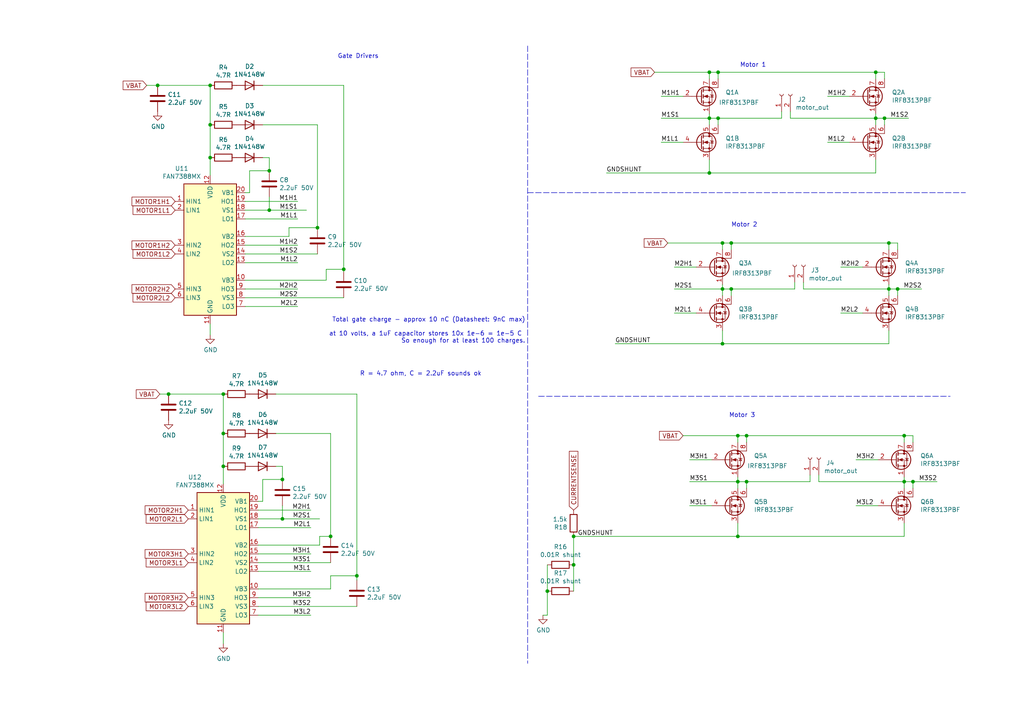
<source format=kicad_sch>
(kicad_sch (version 20210126) (generator eeschema)
  (paper "A4")
  (lib_symbols
    (symbol "Connector:Conn_01x02_Female" (pin_names (offset 1.016) hide)
      (property "Reference" "J" (at 0 2.54 0))
      (property "Value" "Conn_01x02_Female" (at 0 -5.08 0))
      (symbol "Conn_01x02_Female_1_1"
        (arc (start 0 -2.032) (end 0 -3.048) (radius (at 0 -2.54) (length 0.508) (angles 90.1 -90.1)) (stroke (width 0.1524)))
        (arc (start 0 0.508) (end 0 -0.508) (radius (at 0 0) (length 0.508) (angles 90.1 -90.1)) (stroke (width 0.1524)))
        (polyline (pts (xy -1.27 -2.54) (xy -0.508 -2.54)) (stroke (width 0.1524)))
        (polyline (pts (xy -1.27 0) (xy -0.508 0)) (stroke (width 0.1524)))
        (pin passive line (at -5.08 0 0) (length 3.81) (name "Pin_1") (number "1"))
        (pin passive line (at -5.08 -2.54 0) (length 3.81) (name "Pin_2") (number "2"))
      )
    )
    (symbol "Device:C" (pin_numbers hide) (pin_names (offset 0.254))
      (property "Reference" "C" (at 0.635 2.54 0))
      (property "Value" "C" (at 0.635 -2.54 0))
      (symbol "C_0_1"
        (polyline (pts (xy -2.032 -0.762) (xy 2.032 -0.762)) (stroke (width 0.508)))
        (polyline (pts (xy -2.032 0.762) (xy 2.032 0.762)) (stroke (width 0.508)))
      )
      (symbol "C_1_1"
        (pin passive line (at 0 3.81 270) (length 2.794) (name "~") (number "1"))
        (pin passive line (at 0 -3.81 90) (length 2.794) (name "~") (number "2"))
      )
    )
    (symbol "Device:D" (pin_numbers hide) (pin_names (offset 1.016) hide)
      (property "Reference" "D" (at 0 2.54 0))
      (property "Value" "D" (at 0 -2.54 0))
      (symbol "D_0_1"
        (polyline (pts (xy -1.27 1.27) (xy -1.27 -1.27)) (stroke (width 0.254)))
        (polyline (pts (xy 1.27 0) (xy -1.27 0)))
        (polyline (pts (xy 1.27 1.27) (xy 1.27 -1.27) (xy -1.27 0) (xy 1.27 1.27)) (stroke (width 0.254)))
      )
      (symbol "D_1_1"
        (pin passive line (at -3.81 0 0) (length 2.54) (name "K") (number "1"))
        (pin passive line (at 3.81 0 180) (length 2.54) (name "A") (number "2"))
      )
    )
    (symbol "Device:R" (pin_numbers hide) (pin_names (offset 0))
      (property "Reference" "R" (at 2.032 0 90))
      (property "Value" "R" (at 0 0 90))
      (symbol "R_0_1"
        (rectangle (start -1.016 -2.54) (end 1.016 2.54) (stroke (width 0.254)))
      )
      (symbol "R_1_1"
        (pin passive line (at 0 3.81 270) (length 1.27) (name "~") (number "1"))
        (pin passive line (at 0 -3.81 90) (length 1.27) (name "~") (number "2"))
      )
    )
    (symbol "Driver_FET:FAN7388"
      (property "Reference" "U" (at -2.54 24.13 0))
      (property "Value" "FAN7388" (at -2.54 21.59 0))
      (symbol "FAN7388_0_1"
        (rectangle (start -7.62 20.32) (end 7.62 -17.78) (stroke (width 0.254)) (fill (type background)))
      )
      (symbol "FAN7388_1_1"
        (pin input line (at -10.16 15.24 0) (length 2.54) (name "HIN1") (number "1"))
        (pin passive line (at 10.16 -7.62 180) (length 2.54) (name "VB3") (number "10"))
        (pin power_in line (at 0 -20.32 90) (length 2.54) (name "GND") (number "11"))
        (pin power_in line (at 0 22.86 270) (length 2.54) (name "VDD") (number "12"))
        (pin output line (at 10.16 -2.54 180) (length 2.54) (name "LO2") (number "13"))
        (pin passive line (at 10.16 0 180) (length 2.54) (name "VS2") (number "14"))
        (pin output line (at 10.16 2.54 180) (length 2.54) (name "HO2") (number "15"))
        (pin passive line (at 10.16 5.08 180) (length 2.54) (name "VB2") (number "16"))
        (pin output line (at 10.16 10.16 180) (length 2.54) (name "LO1") (number "17"))
        (pin passive line (at 10.16 12.7 180) (length 2.54) (name "VS1") (number "18"))
        (pin output line (at 10.16 15.24 180) (length 2.54) (name "HO1") (number "19"))
        (pin input line (at -10.16 12.7 0) (length 2.54) (name "LIN1") (number "2"))
        (pin passive line (at 10.16 17.78 180) (length 2.54) (name "VB1") (number "20"))
        (pin input line (at -10.16 2.54 0) (length 2.54) (name "HIN2") (number "3"))
        (pin input line (at -10.16 0 0) (length 2.54) (name "LIN2") (number "4"))
        (pin input line (at -10.16 -10.16 0) (length 2.54) (name "HIN3") (number "5"))
        (pin input line (at -10.16 -12.7 0) (length 2.54) (name "LIN3") (number "6"))
        (pin output line (at 10.16 -15.24 180) (length 2.54) (name "LO3") (number "7"))
        (pin passive line (at 10.16 -12.7 180) (length 2.54) (name "VS3") (number "8"))
        (pin output line (at 10.16 -10.16 180) (length 2.54) (name "HO3") (number "9"))
      )
    )
    (symbol "Driver_FET:FAN7388_1"
      (property "Reference" "U" (at -2.54 24.13 0))
      (property "Value" "FAN7388" (at -2.54 21.59 0))
      (symbol "FAN7388_1_0_1"
        (rectangle (start -7.62 20.32) (end 7.62 -17.78) (stroke (width 0.254)) (fill (type background)))
      )
      (symbol "FAN7388_1_1_1"
        (pin input line (at -10.16 15.24 0) (length 2.54) (name "HIN1") (number "1"))
        (pin passive line (at 10.16 -7.62 180) (length 2.54) (name "VB3") (number "10"))
        (pin power_in line (at 0 -20.32 90) (length 2.54) (name "GND") (number "11"))
        (pin power_in line (at 0 22.86 270) (length 2.54) (name "VDD") (number "12"))
        (pin output line (at 10.16 -2.54 180) (length 2.54) (name "LO2") (number "13"))
        (pin passive line (at 10.16 0 180) (length 2.54) (name "VS2") (number "14"))
        (pin output line (at 10.16 2.54 180) (length 2.54) (name "HO2") (number "15"))
        (pin passive line (at 10.16 5.08 180) (length 2.54) (name "VB2") (number "16"))
        (pin output line (at 10.16 10.16 180) (length 2.54) (name "LO1") (number "17"))
        (pin passive line (at 10.16 12.7 180) (length 2.54) (name "VS1") (number "18"))
        (pin output line (at 10.16 15.24 180) (length 2.54) (name "HO1") (number "19"))
        (pin input line (at -10.16 12.7 0) (length 2.54) (name "LIN1") (number "2"))
        (pin passive line (at 10.16 17.78 180) (length 2.54) (name "VB1") (number "20"))
        (pin input line (at -10.16 2.54 0) (length 2.54) (name "HIN2") (number "3"))
        (pin input line (at -10.16 0 0) (length 2.54) (name "LIN2") (number "4"))
        (pin input line (at -10.16 -10.16 0) (length 2.54) (name "HIN3") (number "5"))
        (pin input line (at -10.16 -12.7 0) (length 2.54) (name "LIN3") (number "6"))
        (pin output line (at 10.16 -15.24 180) (length 2.54) (name "LO3") (number "7"))
        (pin passive line (at 10.16 -12.7 180) (length 2.54) (name "VS3") (number "8"))
        (pin output line (at 10.16 -10.16 180) (length 2.54) (name "HO3") (number "9"))
      )
    )
    (symbol "beetletriple:Q_Dual_NMOS_S1G1S2G2D2D2D1D1" (pin_names (offset 0) hide)
      (property "Reference" "Q2" (at 7.2137 1.1494 0))
      (property "Value" "Q_Dual_NMOS_S1G1S2G2D2D2D1D1" (at 7.214 -1.149 0))
      (symbol "Q_Dual_NMOS_S1G1S2G2D2D2D1D1_0_1"
        (circle (center 1.651 0) (radius 2.794) (stroke (width 0.254)))
        (circle (center 2.54 -1.778) (radius 0.254) (fill (type outline)))
        (circle (center 2.54 1.778) (radius 0.254) (fill (type outline)))
        (circle (center 2.54 2.54) (radius 0.254) (fill (type outline)))
        (polyline (pts (xy 0.254 0) (xy -2.54 0)))
        (polyline (pts (xy 0.254 1.905) (xy 0.254 -1.905)) (stroke (width 0.254)))
        (polyline (pts (xy 0.762 -1.27) (xy 0.762 -2.286)) (stroke (width 0.254)))
        (polyline (pts (xy 0.762 0.508) (xy 0.762 -0.508)) (stroke (width 0.254)))
        (polyline (pts (xy 0.762 2.286) (xy 0.762 1.27)) (stroke (width 0.254)))
        (polyline (pts (xy 2.54 2.54) (xy 2.54 1.778)))
        (polyline (pts (xy 5.08 2.54) (xy 2.54 2.54)))
        (polyline (pts (xy 2.54 -2.54) (xy 2.54 0) (xy 0.762 0)))
        (polyline (pts (xy 0.762 -1.778) (xy 3.302 -1.778) (xy 3.302 1.778) (xy 0.762 1.778)))
        (polyline (pts (xy 1.016 0) (xy 2.032 0.381) (xy 2.032 -0.381) (xy 1.016 0)) (fill (type outline)))
        (polyline (pts (xy 2.794 0.508) (xy 2.921 0.381) (xy 3.683 0.381) (xy 3.81 0.254)))
        (polyline (pts (xy 3.302 0.381) (xy 2.921 -0.254) (xy 3.683 -0.254) (xy 3.302 0.381)))
      )
      (symbol "Q_Dual_NMOS_S1G1S2G2D2D2D1D1_1_1"
        (pin passive line (at 2.54 -5.08 90) (length 2.54) (name "S") (number "1"))
        (pin input line (at -5.08 0 0) (length 2.54) (name "G") (number "2"))
        (pin passive line (at 2.54 5.08 270) (length 2.54) (name "D") (number "7"))
        (pin passive line (at 5.08 5.08 270) (length 2.54) (name "D") (number "8"))
      )
      (symbol "Q_Dual_NMOS_S1G1S2G2D2D2D1D1_2_1"
        (pin passive line (at 2.54 -5.08 90) (length 2.54) (name "S") (number "3"))
        (pin input line (at -5.08 0 0) (length 2.54) (name "G") (number "4"))
        (pin passive line (at 2.54 5.08 270) (length 2.54) (name "D") (number "5"))
        (pin passive line (at 5.08 5.08 270) (length 2.54) (name "D") (number "6"))
      )
    )
    (symbol "power:GND" (power) (pin_names (offset 0))
      (property "Value" "GND" (at 0 -3.81 0))
      (symbol "GND_0_1"
        (polyline (pts (xy 0 0) (xy 0 -1.27) (xy 1.27 -1.27) (xy 0 -2.54) (xy -1.27 -1.27) (xy 0 -1.27)))
      )
      (symbol "GND_1_1"
        (pin power_in line (at 0 0 270) (length 0) hide (name "GND") (number "1"))
      )
    )
  )
  (junction (at 45.72 24.765) (diameter 0.9144))
  (junction (at 48.895 114.3) (diameter 0.9144))
  (junction (at 60.96 24.765) (diameter 0.9144))
  (junction (at 60.96 36.195) (diameter 0.9144))
  (junction (at 60.96 45.72) (diameter 0.9144))
  (junction (at 64.77 114.3) (diameter 0.9144))
  (junction (at 64.77 125.73) (diameter 0.9144))
  (junction (at 64.77 135.255) (diameter 0.9144))
  (junction (at 78.105 49.53) (diameter 0.9144))
  (junction (at 78.105 60.96) (diameter 0.9144))
  (junction (at 81.915 139.065) (diameter 0.9144))
  (junction (at 81.915 150.495) (diameter 0.9144))
  (junction (at 92.075 66.04) (diameter 0.9144))
  (junction (at 95.885 155.575) (diameter 0.9144))
  (junction (at 99.695 78.105) (diameter 0.9144))
  (junction (at 103.505 167.005) (diameter 0.9144))
  (junction (at 158.75 171.45) (diameter 0.9144))
  (junction (at 166.37 155.575) (diameter 0.9144))
  (junction (at 166.37 163.83) (diameter 0.9144))
  (junction (at 205.74 20.955) (diameter 0.9144))
  (junction (at 205.74 34.29) (diameter 0.9144))
  (junction (at 205.74 50.165) (diameter 0.9144))
  (junction (at 208.28 20.955) (diameter 0.9144))
  (junction (at 208.28 34.29) (diameter 0.9144))
  (junction (at 209.55 70.485) (diameter 0.9144))
  (junction (at 209.55 83.82) (diameter 0.9144))
  (junction (at 209.55 99.695) (diameter 0.9144))
  (junction (at 212.09 70.485) (diameter 0.9144))
  (junction (at 212.09 83.82) (diameter 0.9144))
  (junction (at 213.995 126.365) (diameter 0.9144))
  (junction (at 213.995 139.7) (diameter 0.9144))
  (junction (at 213.995 155.575) (diameter 0.9144))
  (junction (at 216.535 126.365) (diameter 0.9144))
  (junction (at 216.535 139.7) (diameter 0.9144))
  (junction (at 254 20.955) (diameter 0.9144))
  (junction (at 254 34.29) (diameter 0.9144))
  (junction (at 256.54 34.29) (diameter 0.9144))
  (junction (at 257.81 70.485) (diameter 0.9144))
  (junction (at 257.81 83.82) (diameter 0.9144))
  (junction (at 260.35 83.82) (diameter 0.9144))
  (junction (at 262.255 126.365) (diameter 0.9144))
  (junction (at 262.255 139.7) (diameter 0.9144))
  (junction (at 264.795 139.7) (diameter 0.9144))
  (wire (pts (xy 42.545 24.765) (xy 45.72 24.765)))
  (wire (pts (xy 45.72 24.765) (xy 60.96 24.765)))
  (wire (pts (xy 46.355 114.3) (xy 48.895 114.3)))
  (wire (pts (xy 48.895 114.3) (xy 64.77 114.3)))
  (wire (pts (xy 60.96 24.765) (xy 60.96 36.195)))
  (wire (pts (xy 60.96 36.195) (xy 60.96 45.72)))
  (wire (pts (xy 60.96 45.72) (xy 60.96 50.8)))
  (wire (pts (xy 60.96 93.98) (xy 60.96 97.155)))
  (wire (pts (xy 64.77 114.3) (xy 64.77 125.73)))
  (wire (pts (xy 64.77 125.73) (xy 64.77 135.255)))
  (wire (pts (xy 64.77 135.255) (xy 64.77 140.335)))
  (wire (pts (xy 64.77 183.515) (xy 64.77 186.69)))
  (wire (pts (xy 71.12 55.88) (xy 72.39 55.88)))
  (wire (pts (xy 71.12 58.42) (xy 86.36 58.42)))
  (wire (pts (xy 71.12 60.96) (xy 78.105 60.96)))
  (wire (pts (xy 71.12 63.5) (xy 86.36 63.5)))
  (wire (pts (xy 71.12 68.58) (xy 83.82 68.58)))
  (wire (pts (xy 71.12 71.12) (xy 86.36 71.12)))
  (wire (pts (xy 71.12 73.66) (xy 92.075 73.66)))
  (wire (pts (xy 71.12 76.2) (xy 86.36 76.2)))
  (wire (pts (xy 71.12 81.28) (xy 94.615 81.28)))
  (wire (pts (xy 71.12 83.82) (xy 86.36 83.82)))
  (wire (pts (xy 71.12 86.36) (xy 99.695 86.36)))
  (wire (pts (xy 71.12 88.9) (xy 86.36 88.9)))
  (wire (pts (xy 72.39 49.53) (xy 78.105 49.53)))
  (wire (pts (xy 72.39 55.88) (xy 72.39 49.53)))
  (wire (pts (xy 74.93 145.415) (xy 76.2 145.415)))
  (wire (pts (xy 74.93 147.955) (xy 90.17 147.955)))
  (wire (pts (xy 74.93 150.495) (xy 81.915 150.495)))
  (wire (pts (xy 74.93 153.035) (xy 90.17 153.035)))
  (wire (pts (xy 74.93 158.115) (xy 92.71 158.115)))
  (wire (pts (xy 74.93 160.655) (xy 90.17 160.655)))
  (wire (pts (xy 74.93 163.195) (xy 95.885 163.195)))
  (wire (pts (xy 74.93 165.735) (xy 90.17 165.735)))
  (wire (pts (xy 74.93 170.815) (xy 95.885 170.815)))
  (wire (pts (xy 74.93 173.355) (xy 90.17 173.355)))
  (wire (pts (xy 74.93 175.895) (xy 103.505 175.895)))
  (wire (pts (xy 74.93 178.435) (xy 90.17 178.435)))
  (wire (pts (xy 76.2 24.765) (xy 99.695 24.765)))
  (wire (pts (xy 76.2 45.72) (xy 78.105 45.72)))
  (wire (pts (xy 76.2 139.065) (xy 81.915 139.065)))
  (wire (pts (xy 76.2 145.415) (xy 76.2 139.065)))
  (wire (pts (xy 78.105 45.72) (xy 78.105 49.53)))
  (wire (pts (xy 78.105 57.15) (xy 78.105 60.96)))
  (wire (pts (xy 78.105 60.96) (xy 88.9 60.96)))
  (wire (pts (xy 80.01 114.3) (xy 103.505 114.3)))
  (wire (pts (xy 80.01 135.255) (xy 81.915 135.255)))
  (wire (pts (xy 81.915 135.255) (xy 81.915 139.065)))
  (wire (pts (xy 81.915 146.685) (xy 81.915 150.495)))
  (wire (pts (xy 81.915 150.495) (xy 92.71 150.495)))
  (wire (pts (xy 83.82 66.04) (xy 92.075 66.04)))
  (wire (pts (xy 83.82 68.58) (xy 83.82 66.04)))
  (wire (pts (xy 92.075 36.195) (xy 76.2 36.195)))
  (wire (pts (xy 92.075 66.04) (xy 92.075 36.195)))
  (wire (pts (xy 92.71 155.575) (xy 95.885 155.575)))
  (wire (pts (xy 92.71 158.115) (xy 92.71 155.575)))
  (wire (pts (xy 94.615 78.105) (xy 99.695 78.105)))
  (wire (pts (xy 94.615 81.28) (xy 94.615 78.105)))
  (wire (pts (xy 95.885 125.73) (xy 80.01 125.73)))
  (wire (pts (xy 95.885 155.575) (xy 95.885 125.73)))
  (wire (pts (xy 95.885 167.005) (xy 103.505 167.005)))
  (wire (pts (xy 95.885 170.815) (xy 95.885 167.005)))
  (wire (pts (xy 99.695 24.765) (xy 99.695 78.105)))
  (wire (pts (xy 99.695 78.105) (xy 99.695 78.74)))
  (wire (pts (xy 103.505 114.3) (xy 103.505 167.005)))
  (wire (pts (xy 103.505 167.005) (xy 103.505 168.275)))
  (wire (pts (xy 158.75 163.83) (xy 158.75 171.45)))
  (wire (pts (xy 158.75 171.45) (xy 158.75 178.435)))
  (wire (pts (xy 158.75 178.435) (xy 157.48 178.435)))
  (wire (pts (xy 166.37 155.575) (xy 213.995 155.575)))
  (wire (pts (xy 166.37 163.83) (xy 166.37 155.575)))
  (wire (pts (xy 166.37 163.83) (xy 166.37 171.45)))
  (wire (pts (xy 175.895 50.165) (xy 205.74 50.165)))
  (wire (pts (xy 178.435 99.695) (xy 209.55 99.695)))
  (wire (pts (xy 189.865 20.955) (xy 205.74 20.955)))
  (wire (pts (xy 191.77 27.94) (xy 198.12 27.94)))
  (wire (pts (xy 191.77 34.29) (xy 205.74 34.29)))
  (wire (pts (xy 191.77 41.275) (xy 198.12 41.275)))
  (wire (pts (xy 193.675 70.485) (xy 209.55 70.485)))
  (wire (pts (xy 195.58 77.47) (xy 201.93 77.47)))
  (wire (pts (xy 195.58 83.82) (xy 209.55 83.82)))
  (wire (pts (xy 195.58 90.805) (xy 201.93 90.805)))
  (wire (pts (xy 198.12 126.365) (xy 213.995 126.365)))
  (wire (pts (xy 200.025 133.35) (xy 206.375 133.35)))
  (wire (pts (xy 200.025 139.7) (xy 213.995 139.7)))
  (wire (pts (xy 200.025 146.685) (xy 206.375 146.685)))
  (wire (pts (xy 205.74 20.955) (xy 205.74 22.86)))
  (wire (pts (xy 205.74 20.955) (xy 208.28 20.955)))
  (wire (pts (xy 205.74 33.02) (xy 205.74 34.29)))
  (wire (pts (xy 205.74 34.29) (xy 205.74 36.195)))
  (wire (pts (xy 205.74 46.355) (xy 205.74 50.165)))
  (wire (pts (xy 205.74 50.165) (xy 254 50.165)))
  (wire (pts (xy 208.28 20.955) (xy 208.28 22.86)))
  (wire (pts (xy 208.28 20.955) (xy 254 20.955)))
  (wire (pts (xy 208.28 34.29) (xy 205.74 34.29)))
  (wire (pts (xy 208.28 34.29) (xy 226.695 34.29)))
  (wire (pts (xy 208.28 36.195) (xy 208.28 34.29)))
  (wire (pts (xy 209.55 70.485) (xy 209.55 72.39)))
  (wire (pts (xy 209.55 82.55) (xy 209.55 83.82)))
  (wire (pts (xy 209.55 83.82) (xy 209.55 85.725)))
  (wire (pts (xy 209.55 95.885) (xy 209.55 99.695)))
  (wire (pts (xy 209.55 99.695) (xy 257.81 99.695)))
  (wire (pts (xy 212.09 70.485) (xy 209.55 70.485)))
  (wire (pts (xy 212.09 70.485) (xy 212.09 72.39)))
  (wire (pts (xy 212.09 70.485) (xy 257.81 70.485)))
  (wire (pts (xy 212.09 83.82) (xy 209.55 83.82)))
  (wire (pts (xy 212.09 83.82) (xy 230.505 83.82)))
  (wire (pts (xy 212.09 85.725) (xy 212.09 83.82)))
  (wire (pts (xy 213.995 126.365) (xy 213.995 128.27)))
  (wire (pts (xy 213.995 126.365) (xy 216.535 126.365)))
  (wire (pts (xy 213.995 138.43) (xy 213.995 139.7)))
  (wire (pts (xy 213.995 139.7) (xy 213.995 141.605)))
  (wire (pts (xy 213.995 151.765) (xy 213.995 155.575)))
  (wire (pts (xy 213.995 155.575) (xy 262.255 155.575)))
  (wire (pts (xy 216.535 126.365) (xy 216.535 128.27)))
  (wire (pts (xy 216.535 126.365) (xy 262.255 126.365)))
  (wire (pts (xy 216.535 139.7) (xy 213.995 139.7)))
  (wire (pts (xy 216.535 139.7) (xy 234.95 139.7)))
  (wire (pts (xy 216.535 141.605) (xy 216.535 139.7)))
  (wire (pts (xy 226.695 32.385) (xy 226.695 34.29)))
  (wire (pts (xy 229.235 32.385) (xy 229.235 34.29)))
  (wire (pts (xy 229.235 34.29) (xy 254 34.29)))
  (wire (pts (xy 230.505 81.915) (xy 230.505 83.82)))
  (wire (pts (xy 233.045 81.915) (xy 233.045 83.82)))
  (wire (pts (xy 233.045 83.82) (xy 257.81 83.82)))
  (wire (pts (xy 234.95 137.795) (xy 234.95 139.7)))
  (wire (pts (xy 237.49 137.795) (xy 237.49 139.7)))
  (wire (pts (xy 237.49 139.7) (xy 262.255 139.7)))
  (wire (pts (xy 240.03 27.94) (xy 246.38 27.94)))
  (wire (pts (xy 240.03 41.275) (xy 246.38 41.275)))
  (wire (pts (xy 243.84 77.47) (xy 250.19 77.47)))
  (wire (pts (xy 243.84 90.805) (xy 250.19 90.805)))
  (wire (pts (xy 248.285 133.35) (xy 254.635 133.35)))
  (wire (pts (xy 248.285 146.685) (xy 254.635 146.685)))
  (wire (pts (xy 254 20.955) (xy 254 22.86)))
  (wire (pts (xy 254 20.955) (xy 256.54 20.955)))
  (wire (pts (xy 254 33.02) (xy 254 34.29)))
  (wire (pts (xy 254 34.29) (xy 254 36.195)))
  (wire (pts (xy 254 46.355) (xy 254 50.165)))
  (wire (pts (xy 256.54 20.955) (xy 256.54 22.86)))
  (wire (pts (xy 256.54 34.29) (xy 254 34.29)))
  (wire (pts (xy 256.54 34.29) (xy 263.525 34.29)))
  (wire (pts (xy 256.54 36.195) (xy 256.54 34.29)))
  (wire (pts (xy 257.81 70.485) (xy 257.81 72.39)))
  (wire (pts (xy 257.81 70.485) (xy 260.35 70.485)))
  (wire (pts (xy 257.81 82.55) (xy 257.81 83.82)))
  (wire (pts (xy 257.81 83.82) (xy 257.81 85.725)))
  (wire (pts (xy 257.81 95.885) (xy 257.81 99.695)))
  (wire (pts (xy 260.35 70.485) (xy 260.35 72.39)))
  (wire (pts (xy 260.35 83.82) (xy 257.81 83.82)))
  (wire (pts (xy 260.35 83.82) (xy 267.335 83.82)))
  (wire (pts (xy 260.35 85.725) (xy 260.35 83.82)))
  (wire (pts (xy 262.255 126.365) (xy 262.255 128.27)))
  (wire (pts (xy 262.255 126.365) (xy 264.795 126.365)))
  (wire (pts (xy 262.255 138.43) (xy 262.255 139.7)))
  (wire (pts (xy 262.255 139.7) (xy 262.255 141.605)))
  (wire (pts (xy 262.255 151.765) (xy 262.255 155.575)))
  (wire (pts (xy 264.795 126.365) (xy 264.795 128.27)))
  (wire (pts (xy 264.795 139.7) (xy 262.255 139.7)))
  (wire (pts (xy 264.795 139.7) (xy 271.78 139.7)))
  (wire (pts (xy 264.795 141.605) (xy 264.795 139.7)))
  (polyline (pts (xy 153.035 13.335) (xy 153.035 192.405)) (stroke (width 0) (type dash)))
  (polyline (pts (xy 153.035 55.88) (xy 280.035 55.88)) (stroke (width 0) (type dash)))
  (polyline (pts (xy 156.21 114.935) (xy 275.59 114.935)) (stroke (width 0) (type dash)))
  (text "Gate Drivers" (at 109.855 17.145 180) (effects (font (size 1.27 1.27)) (justify right bottom)))
  (text "R = 4.7 ohm, C = 2.2uF sounds ok" (at 139.7 109.22 180) (effects (font (size 1.27 1.27)) (justify right bottom)))
  (text "Total gate charge - approx 10 nC (Datasheet: 9nC max)\n\nat 10 volts, a 1uF capacitor stores 10x 1e-6 = 1e-5 C \nSo enough for at least 100 charges." (at 152.4 99.695 0) (effects (font (size 1.27 1.27)) (justify right bottom)))
  (text "Motor 3\n" (at 219.075 121.285 180) (effects (font (size 1.27 1.27)) (justify right bottom)))
  (text "Motor 2\n" (at 219.71 66.04 180) (effects (font (size 1.27 1.27)) (justify right bottom)))
  (text "Motor 1\n" (at 222.25 19.685 180) (effects (font (size 1.27 1.27)) (justify right bottom)))
  (label "M1H1" (at 86.36 58.42 180))
  (label "M1S1" (at 86.36 60.96 180))
  (label "M1L1" (at 86.36 63.5 180))
  (label "M1H2" (at 86.36 71.12 180))
  (label "M1S2" (at 86.36 73.66 180))
  (label "M1L2" (at 86.36 76.2 180))
  (label "M2H2" (at 86.36 83.82 180))
  (label "M2S2" (at 86.36 86.36 180))
  (label "M2L2" (at 86.36 88.9 180))
  (label "M2H1" (at 90.17 147.955 180))
  (label "M2S1" (at 90.17 150.495 180))
  (label "M2L1" (at 90.17 153.035 180))
  (label "M3H1" (at 90.17 160.655 180))
  (label "M3S1" (at 90.17 163.195 180))
  (label "M3L1" (at 90.17 165.735 180))
  (label "M3H2" (at 90.17 173.355 180))
  (label "M3S2" (at 90.17 175.895 180))
  (label "M3L2" (at 90.17 178.435 180))
  (label "GNDSHUNT" (at 175.895 50.165 0))
  (label "GNDSHUNT" (at 177.8 155.575 180))
  (label "GNDSHUNT" (at 178.435 99.695 0))
  (label "M1H1" (at 191.77 27.94 0))
  (label "M1S1" (at 191.77 34.29 0))
  (label "M1L1" (at 191.77 41.275 0))
  (label "M2H1" (at 195.58 77.47 0))
  (label "M2S1" (at 195.58 83.82 0))
  (label "M2L1" (at 195.58 90.805 0))
  (label "M3H1" (at 200.025 133.35 0))
  (label "M3S1" (at 200.025 139.7 0))
  (label "M3L1" (at 200.025 146.685 0))
  (label "M1H2" (at 240.03 27.94 0))
  (label "M1L2" (at 240.03 41.275 0))
  (label "M2H2" (at 243.84 77.47 0))
  (label "M2L2" (at 243.84 90.805 0))
  (label "M3H2" (at 248.285 133.35 0))
  (label "M3L2" (at 248.285 146.685 0))
  (label "M1S2" (at 263.525 34.29 180))
  (label "M2S2" (at 267.335 83.82 180))
  (label "M3S2" (at 271.78 139.7 180))
  (global_label "VBAT" (shape input) (at 42.545 24.765 180) (property "Intersheet References" "${INTERSHEET_REFS}" (effects hide)))
  (global_label "VBAT" (shape input) (at 46.355 114.3 180) (property "Intersheet References" "${INTERSHEET_REFS}" (effects hide)))
  (global_label "MOTOR1H1" (shape input) (at 50.8 58.42 180) (property "Intersheet References" "${INTERSHEET_REFS}" (effects hide)))
  (global_label "MOTOR1L1" (shape input) (at 50.8 60.96 180) (property "Intersheet References" "${INTERSHEET_REFS}" (effects hide)))
  (global_label "MOTOR1H2" (shape input) (at 50.8 71.12 180) (property "Intersheet References" "${INTERSHEET_REFS}" (effects hide)))
  (global_label "MOTOR1L2" (shape input) (at 50.8 73.66 180) (property "Intersheet References" "${INTERSHEET_REFS}" (effects hide)))
  (global_label "MOTOR2H2" (shape input) (at 50.8 83.82 180) (property "Intersheet References" "${INTERSHEET_REFS}" (effects hide)))
  (global_label "MOTOR2L2" (shape input) (at 50.8 86.36 180) (property "Intersheet References" "${INTERSHEET_REFS}" (effects hide)))
  (global_label "MOTOR2H1" (shape input) (at 54.61 147.955 180) (property "Intersheet References" "${INTERSHEET_REFS}" (effects hide)))
  (global_label "MOTOR2L1" (shape input) (at 54.61 150.495 180) (property "Intersheet References" "${INTERSHEET_REFS}" (effects hide)))
  (global_label "MOTOR3H1" (shape input) (at 54.61 160.655 180) (property "Intersheet References" "${INTERSHEET_REFS}" (effects hide)))
  (global_label "MOTOR3L1" (shape input) (at 54.61 163.195 180) (property "Intersheet References" "${INTERSHEET_REFS}" (effects hide)))
  (global_label "MOTOR3H2" (shape input) (at 54.61 173.355 180) (property "Intersheet References" "${INTERSHEET_REFS}" (effects hide)))
  (global_label "MOTOR3L2" (shape input) (at 54.61 175.895 180) (property "Intersheet References" "${INTERSHEET_REFS}" (effects hide)))
  (global_label "CURRENTSENSE" (shape input) (at 166.37 147.955 90) (property "Intersheet References" "${INTERSHEET_REFS}" (effects hide)))
  (global_label "VBAT" (shape input) (at 189.865 20.955 180) (property "Intersheet References" "${INTERSHEET_REFS}" (effects hide)))
  (global_label "VBAT" (shape input) (at 193.675 70.485 180) (property "Intersheet References" "${INTERSHEET_REFS}" (effects hide)))
  (global_label "VBAT" (shape input) (at 198.12 126.365 180) (property "Intersheet References" "${INTERSHEET_REFS}" (effects hide)))
  (symbol (lib_id "power:GND") (at 45.72 32.385 0) (unit 1)
    (property "Reference" "#PWR012" (effects hide))
    (property "Value" "GND" (at 45.8343 36.7094 0))
  )
  (symbol (lib_id "power:GND") (at 48.895 121.92 0) (unit 1)
    (property "Reference" "#PWR013" (effects hide))
    (property "Value" "GND" (at 49.0093 126.2444 0))
  )
  (symbol (lib_id "power:GND") (at 60.96 97.155 0) (unit 1)
    (property "Reference" "#PWR09" (effects hide))
    (property "Value" "GND" (at 61.0743 101.4794 0))
  )
  (symbol (lib_id "power:GND") (at 64.77 186.69 0) (unit 1)
    (property "Reference" "#PWR014" (effects hide))
    (property "Value" "GND" (at 64.8843 191.0144 0))
  )
  (symbol (lib_id "power:GND") (at 157.48 178.435 0) (unit 1)
    (property "Reference" "#PWR011" (effects hide))
    (property "Value" "GND" (at 157.5943 182.7594 0))
  )
  (symbol (lib_id "Device:R") (at 64.77 24.765 90) (unit 1)
    (property "Reference" "R4" (at 64.77 19.5388 90))
    (property "Value" "4.7R" (at 64.77 21.8375 90))
    (property "Footprint" "Resistor_SMD:R_0805_2012Metric" (effects hide))
    (property "LCSC" "C17675" (effects hide))
  )
  (symbol (lib_id "Device:R") (at 64.77 36.195 90) (unit 1)
    (property "Reference" "R5" (at 64.77 30.9688 90))
    (property "Value" "4.7R" (at 64.77 33.2675 90))
    (property "Footprint" "Resistor_SMD:R_0805_2012Metric" (effects hide))
    (property "LCSC" "C17675" (effects hide))
  )
  (symbol (lib_id "Device:R") (at 64.77 45.72 90) (unit 1)
    (property "Reference" "R6" (at 64.77 40.4938 90))
    (property "Value" "4.7R" (at 64.77 42.7925 90))
    (property "Footprint" "Resistor_SMD:R_0805_2012Metric" (effects hide))
    (property "LCSC" "C17675" (effects hide))
  )
  (symbol (lib_id "Device:R") (at 68.58 114.3 90) (unit 1)
    (property "Reference" "R7" (at 68.58 109.0738 90))
    (property "Value" "4.7R" (at 68.58 111.3725 90))
    (property "Footprint" "Resistor_SMD:R_0805_2012Metric" (effects hide))
    (property "LCSC" "C17675" (effects hide))
  )
  (symbol (lib_id "Device:R") (at 68.58 125.73 90) (unit 1)
    (property "Reference" "R8" (at 68.58 120.5038 90))
    (property "Value" "4.7R" (at 68.58 122.8025 90))
    (property "Footprint" "Resistor_SMD:R_0805_2012Metric" (effects hide))
    (property "LCSC" "C17675" (effects hide))
  )
  (symbol (lib_id "Device:R") (at 68.58 135.255 90) (unit 1)
    (property "Reference" "R9" (at 68.58 130.0288 90))
    (property "Value" "4.7R" (at 68.58 132.3275 90))
    (property "Footprint" "Resistor_SMD:R_0805_2012Metric" (effects hide))
    (property "LCSC" "C17675" (effects hide))
  )
  (symbol (lib_id "Device:R") (at 162.56 163.83 90) (unit 1)
    (property "Reference" "R16" (at 162.56 158.6038 90))
    (property "Value" "0.01R shunt" (at 162.56 160.9025 90))
    (property "Footprint" "Resistor_SMD:R_2512_6332Metric_Pad1.40x3.35mm_HandSolder" (effects hide))
  )
  (symbol (lib_id "Device:R") (at 162.56 171.45 90) (unit 1)
    (property "Reference" "R17" (at 162.56 166.2238 90))
    (property "Value" "0.01R shunt" (at 162.56 168.5225 90))
    (property "Footprint" "Resistor_SMD:R_2512_6332Metric_Pad1.40x3.35mm_HandSolder" (effects hide))
  )
  (symbol (lib_id "Device:R") (at 166.37 151.765 180) (unit 1)
    (property "Reference" "R18" (at 164.592 152.914 0) (effects (justify left)))
    (property "Value" "1.5k" (at 164.592 150.616 0) (effects (justify left)))
    (property "Footprint" "Resistor_SMD:R_0805_2012Metric" (effects hide))
    (property "LCSC" "C4310" (effects hide))
  )
  (symbol (lib_id "Device:D") (at 72.39 24.765 180) (unit 1)
    (property "Reference" "D2" (at 72.39 19.2848 0))
    (property "Value" "1N4148W" (at 72.39 21.5835 0))
    (property "Footprint" "Diode_SMD:D_SOD-123" (effects hide))
    (property "MPN" "1N4148W" (effects hide))
    (property "LCSC" "C81598" (effects hide))
  )
  (symbol (lib_id "Device:D") (at 72.39 36.195 180) (unit 1)
    (property "Reference" "D3" (at 72.39 30.7148 0))
    (property "Value" "1N4148W" (at 72.39 33.0135 0))
    (property "Footprint" "Diode_SMD:D_SOD-123" (effects hide))
    (property "MPN" "1N4148W" (effects hide))
    (property "LCSC" "C81598" (effects hide))
  )
  (symbol (lib_id "Device:D") (at 72.39 45.72 180) (unit 1)
    (property "Reference" "D4" (at 72.39 40.2398 0))
    (property "Value" "1N4148W" (at 72.39 42.5385 0))
    (property "Footprint" "Diode_SMD:D_SOD-123" (effects hide))
    (property "MPN" "1N4148W" (effects hide))
    (property "LCSC" "C81598" (effects hide))
  )
  (symbol (lib_id "Device:D") (at 76.2 114.3 180) (unit 1)
    (property "Reference" "D5" (at 76.2 108.8198 0))
    (property "Value" "1N4148W" (at 76.2 111.1185 0))
    (property "Footprint" "Diode_SMD:D_SOD-123" (effects hide))
    (property "MPN" "1N4148W" (effects hide))
    (property "LCSC" "C81598" (effects hide))
  )
  (symbol (lib_id "Device:D") (at 76.2 125.73 180) (unit 1)
    (property "Reference" "D6" (at 76.2 120.2498 0))
    (property "Value" "1N4148W" (at 76.2 122.5485 0))
    (property "Footprint" "Diode_SMD:D_SOD-123" (effects hide))
    (property "MPN" "1N4148W" (effects hide))
    (property "LCSC" "C81598" (effects hide))
  )
  (symbol (lib_id "Device:D") (at 76.2 135.255 180) (unit 1)
    (property "Reference" "D7" (at 76.2 129.7748 0))
    (property "Value" "1N4148W" (at 76.2 132.0735 0))
    (property "Footprint" "Diode_SMD:D_SOD-123" (effects hide))
    (property "MPN" "1N4148W" (effects hide))
    (property "LCSC" "C81598" (effects hide))
  )
  (symbol (lib_id "Connector:Conn_01x02_Female") (at 226.695 27.305 90) (unit 1)
    (property "Reference" "J2" (at 231.3687 28.848 90) (effects (justify right)))
    (property "Value" "motor_out" (at 230.734 31.147 90) (effects (justify right)))
    (property "Footprint" "beetletriple:TerminalBlock_motor" (effects hide))
  )
  (symbol (lib_id "Connector:Conn_01x02_Female") (at 230.505 76.835 90) (unit 1)
    (property "Reference" "J3" (at 235.1787 78.378 90) (effects (justify right)))
    (property "Value" "motor_out" (at 234.544 80.677 90) (effects (justify right)))
    (property "Footprint" "beetletriple:TerminalBlock_motor" (effects hide))
  )
  (symbol (lib_id "Connector:Conn_01x02_Female") (at 234.95 132.715 90) (unit 1)
    (property "Reference" "J4" (at 239.6237 134.258 90) (effects (justify right)))
    (property "Value" "motor_out" (at 238.989 136.557 90) (effects (justify right)))
    (property "Footprint" "beetletriple:TerminalBlock_motor" (effects hide))
  )
  (symbol (lib_id "Device:C") (at 45.72 28.575 0) (unit 1)
    (property "Reference" "C11" (at 48.6411 27.4256 0) (effects (justify left)))
    (property "Value" "2.2uF 50V" (at 48.6411 29.7243 0) (effects (justify left)))
    (property "Footprint" "Capacitor_SMD:C_1206_3216Metric" (effects hide))
    (property "LCSC" "C50254" (effects hide))
  )
  (symbol (lib_id "Device:C") (at 48.895 118.11 0) (unit 1)
    (property "Reference" "C12" (at 51.8161 116.9606 0) (effects (justify left)))
    (property "Value" "2.2uF 50V" (at 51.8161 119.2593 0) (effects (justify left)))
    (property "Footprint" "Capacitor_SMD:C_1206_3216Metric" (effects hide))
    (property "LCSC" "C50254" (effects hide))
  )
  (symbol (lib_id "Device:C") (at 78.105 53.34 0) (unit 1)
    (property "Reference" "C8" (at 81.0261 52.1906 0) (effects (justify left)))
    (property "Value" "2.2uF 50V" (at 81.0261 54.4893 0) (effects (justify left)))
    (property "Footprint" "Capacitor_SMD:C_1206_3216Metric" (effects hide))
    (property "LCSC" "C50254" (effects hide))
  )
  (symbol (lib_id "Device:C") (at 81.915 142.875 0) (unit 1)
    (property "Reference" "C15" (at 84.836 141.726 0) (effects (justify left)))
    (property "Value" "2.2uF 50V" (at 84.8361 144.0243 0) (effects (justify left)))
    (property "Footprint" "Capacitor_SMD:C_1206_3216Metric" (effects hide))
    (property "LCSC" "C50254" (effects hide))
  )
  (symbol (lib_id "Device:C") (at 92.075 69.85 0) (unit 1)
    (property "Reference" "C9" (at 94.9961 68.7006 0) (effects (justify left)))
    (property "Value" "2.2uF 50V" (at 94.9961 70.9993 0) (effects (justify left)))
    (property "Footprint" "Capacitor_SMD:C_1206_3216Metric" (effects hide))
    (property "LCSC" "C50254" (effects hide))
  )
  (symbol (lib_id "Device:C") (at 95.885 159.385 0) (unit 1)
    (property "Reference" "C14" (at 98.8061 158.2356 0) (effects (justify left)))
    (property "Value" "2.2uF 50V" (at 98.8061 160.5343 0) (effects (justify left)))
    (property "Footprint" "Capacitor_SMD:C_1206_3216Metric" (effects hide))
    (property "LCSC" "C50254" (effects hide))
  )
  (symbol (lib_id "Device:C") (at 99.695 82.55 0) (unit 1)
    (property "Reference" "C10" (at 102.6161 81.4006 0) (effects (justify left)))
    (property "Value" "2.2uF 50V" (at 102.6161 83.6993 0) (effects (justify left)))
    (property "Footprint" "Capacitor_SMD:C_1206_3216Metric" (effects hide))
    (property "LCSC" "C50254" (effects hide))
  )
  (symbol (lib_id "Device:C") (at 103.505 172.085 0) (unit 1)
    (property "Reference" "C13" (at 106.426 170.936 0) (effects (justify left)))
    (property "Value" "2.2uF 50V" (at 106.4261 173.2343 0) (effects (justify left)))
    (property "Footprint" "Capacitor_SMD:C_1206_3216Metric" (effects hide))
    (property "LCSC" "C50254" (effects hide))
  )
  (symbol (lib_id "beetletriple:Q_Dual_NMOS_S1G1S2G2D2D2D1D1") (at 203.2 27.94 0) (unit 1)
    (property "Reference" "Q1" (at 210.4137 26.7906 0) (effects (justify left)))
    (property "Value" "IRF8313PBF " (at 208.509 29.724 0) (effects (justify left)))
    (property "Footprint" "Package_SO:SOIC-8_3.9x4.9mm_P1.27mm" (effects hide))
    (property "LCSC" "C57696" (effects hide))
  )
  (symbol (lib_id "beetletriple:Q_Dual_NMOS_S1G1S2G2D2D2D1D1") (at 203.2 41.275 0) (unit 2)
    (property "Reference" "Q1" (at 210.4137 40.1256 0) (effects (justify left)))
    (property "Value" "IRF8313PBF " (at 210.414 42.424 0) (effects (justify left)))
    (property "Footprint" "Package_SO:SOIC-8_3.9x4.9mm_P1.27mm" (effects hide))
    (property "LCSC" "C57696" (effects hide))
  )
  (symbol (lib_id "beetletriple:Q_Dual_NMOS_S1G1S2G2D2D2D1D1") (at 207.01 77.47 0) (unit 1)
    (property "Reference" "Q3" (at 214.2237 76.3206 0) (effects (justify left)))
    (property "Value" "IRF8313PBF " (at 212.319 79.254 0) (effects (justify left)))
    (property "Footprint" "Package_SO:SOIC-8_3.9x4.9mm_P1.27mm" (effects hide))
    (property "LCSC" "C57696" (effects hide))
  )
  (symbol (lib_id "beetletriple:Q_Dual_NMOS_S1G1S2G2D2D2D1D1") (at 207.01 90.805 0) (unit 2)
    (property "Reference" "Q3" (at 214.2237 89.6556 0) (effects (justify left)))
    (property "Value" "IRF8313PBF " (at 214.224 91.954 0) (effects (justify left)))
    (property "Footprint" "Package_SO:SOIC-8_3.9x4.9mm_P1.27mm" (effects hide))
    (property "LCSC" "C57696" (effects hide))
  )
  (symbol (lib_id "beetletriple:Q_Dual_NMOS_S1G1S2G2D2D2D1D1") (at 211.455 133.35 0) (unit 1)
    (property "Reference" "Q5" (at 218.6687 132.2006 0) (effects (justify left)))
    (property "Value" "IRF8313PBF " (at 216.764 135.134 0) (effects (justify left)))
    (property "Footprint" "Package_SO:SOIC-8_3.9x4.9mm_P1.27mm" (effects hide))
    (property "LCSC" "C57696" (effects hide))
  )
  (symbol (lib_id "beetletriple:Q_Dual_NMOS_S1G1S2G2D2D2D1D1") (at 211.455 146.685 0) (unit 2)
    (property "Reference" "Q5" (at 218.6687 145.5356 0) (effects (justify left)))
    (property "Value" "IRF8313PBF " (at 218.669 147.834 0) (effects (justify left)))
    (property "Footprint" "Package_SO:SOIC-8_3.9x4.9mm_P1.27mm" (effects hide))
    (property "LCSC" "C57696" (effects hide))
  )
  (symbol (lib_id "beetletriple:Q_Dual_NMOS_S1G1S2G2D2D2D1D1") (at 251.46 27.94 0) (unit 1)
    (property "Reference" "Q2" (at 258.6737 26.7906 0) (effects (justify left)))
    (property "Value" "IRF8313PBF " (at 258.674 29.089 0) (effects (justify left)))
    (property "Footprint" "Package_SO:SOIC-8_3.9x4.9mm_P1.27mm" (effects hide))
    (property "LCSC" "C57696" (effects hide))
  )
  (symbol (lib_id "beetletriple:Q_Dual_NMOS_S1G1S2G2D2D2D1D1") (at 251.46 41.275 0) (unit 2)
    (property "Reference" "Q2" (at 258.6737 40.1256 0) (effects (justify left)))
    (property "Value" "IRF8313PBF " (at 258.674 42.424 0) (effects (justify left)))
    (property "Footprint" "Package_SO:SOIC-8_3.9x4.9mm_P1.27mm" (effects hide))
    (property "LCSC" "C57696" (effects hide))
  )
  (symbol (lib_id "beetletriple:Q_Dual_NMOS_S1G1S2G2D2D2D1D1") (at 255.27 77.47 0) (unit 1)
    (property "Reference" "Q4" (at 262.4837 76.3206 0) (effects (justify left)))
    (property "Value" "IRF8313PBF " (at 262.484 78.619 0) (effects (justify left)))
    (property "Footprint" "Package_SO:SOIC-8_3.9x4.9mm_P1.27mm" (effects hide))
    (property "LCSC" "C57696" (effects hide))
  )
  (symbol (lib_id "beetletriple:Q_Dual_NMOS_S1G1S2G2D2D2D1D1") (at 255.27 90.805 0) (unit 2)
    (property "Reference" "Q4" (at 262.4837 89.6556 0) (effects (justify left)))
    (property "Value" "IRF8313PBF " (at 262.484 91.954 0) (effects (justify left)))
    (property "Footprint" "Package_SO:SOIC-8_3.9x4.9mm_P1.27mm" (effects hide))
    (property "LCSC" "C57696" (effects hide))
  )
  (symbol (lib_id "beetletriple:Q_Dual_NMOS_S1G1S2G2D2D2D1D1") (at 259.715 133.35 0) (unit 1)
    (property "Reference" "Q6" (at 266.9287 132.2006 0) (effects (justify left)))
    (property "Value" "IRF8313PBF " (at 266.929 134.499 0) (effects (justify left)))
    (property "Footprint" "Package_SO:SOIC-8_3.9x4.9mm_P1.27mm" (effects hide))
    (property "LCSC" "C57696" (effects hide))
  )
  (symbol (lib_id "beetletriple:Q_Dual_NMOS_S1G1S2G2D2D2D1D1") (at 259.715 146.685 0) (unit 2)
    (property "Reference" "Q6" (at 266.9287 145.5356 0) (effects (justify left)))
    (property "Value" "IRF8313PBF " (at 266.929 147.834 0) (effects (justify left)))
    (property "Footprint" "Package_SO:SOIC-8_3.9x4.9mm_P1.27mm" (effects hide))
    (property "LCSC" "C57696" (effects hide))
  )
  (symbol (lib_id "Driver_FET:FAN7388") (at 60.96 73.66 0) (unit 1)
    (property "Reference" "U11" (at 52.705 48.876 0))
    (property "Value" "FAN7388MX" (at 52.705 51.174 0))
    (property "Footprint" "Package_SO:SOIC-20W_7.5x12.8mm_P1.27mm" (effects hide))
    (property "Datasheet" "https://www.onsemi.com/pub/Collateral/FAN7388-D.pdf" (effects hide))
    (property "LCSC" "C124451" (effects hide))
  )
  (symbol (lib_name "Driver_FET:FAN7388_1") (lib_id "Driver_FET:FAN7388") (at 64.77 163.195 0) (unit 1)
    (property "Reference" "U12" (at 56.515 138.411 0))
    (property "Value" "FAN7388MX" (at 56.515 140.709 0))
    (property "Footprint" "Package_SO:SOIC-20W_7.5x12.8mm_P1.27mm" (effects hide))
    (property "Datasheet" "https://www.onsemi.com/pub/Collateral/FAN7388-D.pdf" (effects hide))
    (property "LCSC" "C124451" (effects hide))
  )
)
</source>
